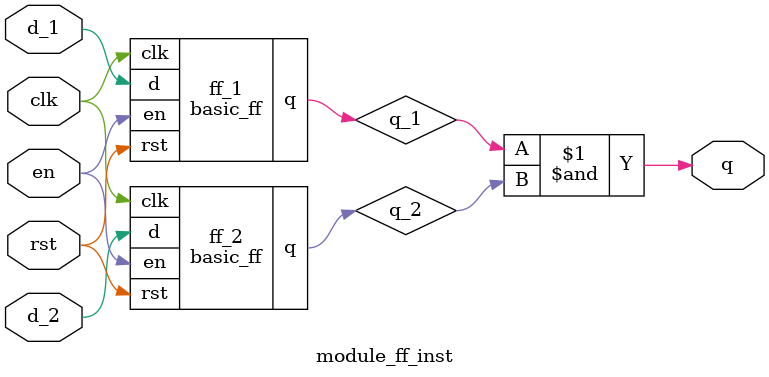
<source format=v>
module basic_ff(
	input clk, 
	input rst, 
	input en,
	input d, 
	output reg q
);

	wire next_q;

	assign next_q = en ? d : q;

	always @(posedge clk) begin
		if (rst)
			q <= 1'b0;
		else
			q <= next_q;
	end
endmodule

module module_ff_inst(
	input clk, 
	input rst, 
	input en,
	input d_1,
	input d_2, 
	output q
);

wire q_1;
wire q_2;

assign q = q_1 & q_2;

basic_ff ff_1(
	.clk(clk),
	.rst(rst),
	.en(en),
	.d(d_1),
	.q(q_1)
);

basic_ff ff_2(
	.clk(clk),
	.rst(rst),
	.en(en),
	.d(d_2),
	.q(q_2)
);

endmodule
</source>
